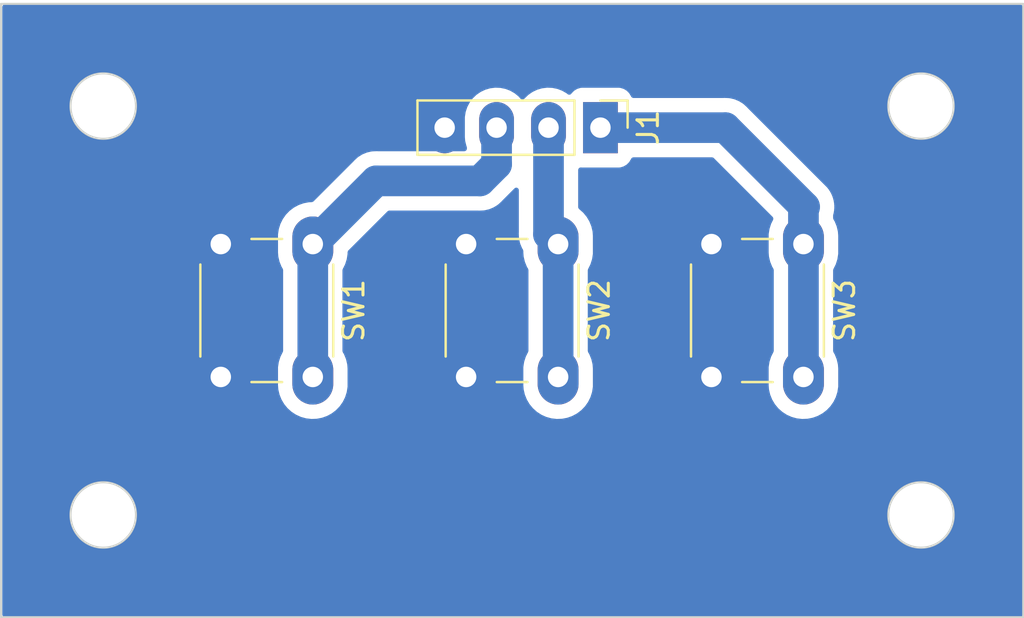
<source format=kicad_pcb>
(kicad_pcb (version 20221018) (generator pcbnew)
  (layers (0 "F.Cu" signal) (31 "B.Cu" signal) (34 "B.Paste" user) (35 "F.Paste" user) (36 "B.SilkS" user "B.Silkscreen") (37 "F.SilkS" user "F.Silkscreen") (38 "B.Mask" user) (39 "F.Mask" user) (44 "Edge.Cuts" user))
  (net 0 "")
  (net 1 "Net-(J1-Pin_1)")
  (net 2 "Net-(J1-Pin_2)")
  (net 3 "Net-(J1-Pin_3)")
  (net 4 "GND")
  (footprint "Custom:SW_PUSH_6mm" (layer "F.Cu") (at 142.25 76.75 -90)
    (fp_text reference "SW2" (at 3.25 -2 90) (layer "F.SilkS"))
    (fp_text value "Desce")
    (fp_line (start -0.25 1.5) (end -0.25 3) (stroke (width 0.12)) (layer "F.SilkS"))
    (fp_line (start 1 5.5) (end 5.5 5.5) (stroke (width 0.12)) (layer "F.SilkS"))
    (fp_line (start 5.5 -1) (end 1 -1) (stroke (width 0.12)) (layer "F.SilkS"))
    (fp_line (start 6.75 3) (end 6.75 1.5) (stroke (width 0.12)) (layer "F.SilkS"))
    (pad "1" thru_hole oval (at 0 0) (size 2 2.7) (drill 1) (layers "*.Cu" "*.Mask") (net 2 "Net-(J1-Pin_2)"))
    (pad "1" thru_hole oval (at 6.5 0) (size 2 2.7) (drill 1) (layers "*.Cu" "*.Mask") (net 2 "Net-(J1-Pin_2)"))
    (pad "2" thru_hole oval (at 0 4.5) (size 2 2.7) (drill 1) (layers "*.Cu" "*.Mask") (net 4 "GND"))
    (pad "2" thru_hole oval (at 6.5 4.5) (size 2 2.7) (drill 1) (layers "*.Cu" "*.Mask") (net 4 "GND"))
  )
  (footprint "Custom:PinHeader_1x04_P2.54mm_Vertical" (layer "F.Cu") (at 144.32 71.055 -90)
    (fp_text reference "J1" (at 0 -2.33 90) (layer "F.SilkS"))
    (fp_text value "Conn_01x04_Pin")
    (fp_line (start -1.33 -1.33) (end 0 -1.33) (stroke (width 0.12)) (layer "F.SilkS"))
    (fp_line (start -1.33 0) (end -1.33 -1.33) (stroke (width 0.12)) (layer "F.SilkS"))
    (fp_line (start -1.33 1.27) (end -1.33 8.95) (stroke (width 0.12)) (layer "F.SilkS"))
    (fp_line (start -1.33 1.27) (end 1.33 1.27) (stroke (width 0.12)) (layer "F.SilkS"))
    (fp_line (start -1.33 8.95) (end 1.33 8.95) (stroke (width 0.12)) (layer "F.SilkS"))
    (fp_line (start 1.33 1.27) (end 1.33 8.95) (stroke (width 0.12)) (layer "F.SilkS"))
    (pad "1" thru_hole rect (at 0 0 270) (size 2.5 1.7) (drill 1) (layers "*.Cu" "*.Mask") (net 1 "Net-(J1-Pin_1)"))
    (pad "2" thru_hole oval (at 0 2.54 270) (size 2.5 1.7) (drill 1) (layers "*.Cu" "*.Mask") (net 2 "Net-(J1-Pin_2)"))
    (pad "3" thru_hole oval (at 0 5.08 270) (size 2.5 1.7) (drill 1) (layers "*.Cu" "*.Mask") (net 3 "Net-(J1-Pin_3)"))
    (pad "4" thru_hole oval (at 0 7.62 270) (size 2.5 1.7) (drill 1) (layers "*.Cu" "*.Mask") (net 4 "GND"))
  )
  (footprint "Custom:SW_PUSH_6mm" (layer "F.Cu") (at 130.25 76.75 -90)
    (fp_text reference "SW1" (at 3.25 -2 90) (layer "F.SilkS"))
    (fp_text value "Sobe")
    (fp_line (start -0.25 1.5) (end -0.25 3) (stroke (width 0.12)) (layer "F.SilkS"))
    (fp_line (start 1 5.5) (end 5.5 5.5) (stroke (width 0.12)) (layer "F.SilkS"))
    (fp_line (start 5.5 -1) (end 1 -1) (stroke (width 0.12)) (layer "F.SilkS"))
    (fp_line (start 6.75 3) (end 6.75 1.5) (stroke (width 0.12)) (layer "F.SilkS"))
    (pad "1" thru_hole oval (at 0 0) (size 2 2.7) (drill 1) (layers "*.Cu" "*.Mask") (net 3 "Net-(J1-Pin_3)"))
    (pad "1" thru_hole oval (at 6.5 0) (size 2 2.7) (drill 1) (layers "*.Cu" "*.Mask") (net 3 "Net-(J1-Pin_3)"))
    (pad "2" thru_hole oval (at 0 4.5) (size 2 2.7) (drill 1) (layers "*.Cu" "*.Mask") (net 4 "GND"))
    (pad "2" thru_hole oval (at 6.5 4.5) (size 2 2.7) (drill 1) (layers "*.Cu" "*.Mask") (net 4 "GND"))
  )
  (footprint "Custom:SW_PUSH_6mm" (layer "F.Cu") (at 154.25 76.75 -90)
    (fp_text reference "SW3" (at 3.25 -2 90) (layer "F.SilkS"))
    (fp_text value "Entra")
    (fp_line (start -0.25 1.5) (end -0.25 3) (stroke (width 0.12)) (layer "F.SilkS"))
    (fp_line (start 1 5.5) (end 5.5 5.5) (stroke (width 0.12)) (layer "F.SilkS"))
    (fp_line (start 5.5 -1) (end 1 -1) (stroke (width 0.12)) (layer "F.SilkS"))
    (fp_line (start 6.75 3) (end 6.75 1.5) (stroke (width 0.12)) (layer "F.SilkS"))
    (pad "1" thru_hole oval (at 0 0) (size 2 2.7) (drill 1) (layers "*.Cu" "*.Mask") (net 1 "Net-(J1-Pin_1)"))
    (pad "1" thru_hole oval (at 6.5 0) (size 2 2.7) (drill 1) (layers "*.Cu" "*.Mask") (net 1 "Net-(J1-Pin_1)"))
    (pad "2" thru_hole oval (at 0 4.5) (size 2 2.7) (drill 1) (layers "*.Cu" "*.Mask") (net 4 "GND"))
    (pad "2" thru_hole oval (at 6.5 4.5) (size 2 2.7) (drill 1) (layers "*.Cu" "*.Mask") (net 4 "GND"))
  )
  (gr_circle (center 120 70) (end 121.6 70) (stroke (width 0.1)) (fill none) (layer "Edge.Cuts"))
  (gr_circle (center 160 90) (end 161.6 90) (stroke (width 0.1)) (fill none) (layer "Edge.Cuts"))
  (gr_circle (center 160 70) (end 161.6 70) (stroke (width 0.1)) (fill none) (layer "Edge.Cuts"))
  (gr_rect (start 115 65) (end 165 95) (stroke (width 0.1)) (fill none) (layer "Edge.Cuts"))
  (gr_circle (center 120 90) (end 121.6 90) (stroke (width 0.1)) (fill none) (layer "Edge.Cuts"))
  (segment (start 154.25 76.75) (end 154.25 83.25) (width 1.5) (layer "B.Cu") (net 1))
  (segment (start 154.25 74.985) (end 154.25 76.75) (width 1.5) (layer "B.Cu") (net 1))
  (segment (start 154.305 74.93) (end 154.25 74.985) (width 1.5) (layer "B.Cu") (net 1))
  (segment (start 150.43 71.055) (end 154.305 74.93) (width 1.5) (layer "B.Cu") (net 1))
  (segment (start 144.32 71.055) (end 150.43 71.055) (width 1.5) (layer "B.Cu") (net 1))
  (segment (start 141.78 76.28) (end 142.25 76.75) (width 1.5) (layer "B.Cu") (net 2))
  (segment (start 141.78 71.055) (end 141.78 76.28) (width 1.5) (layer "B.Cu") (net 2))
  (segment (start 142.25 76.75) (end 142.25 83.25) (width 1.5) (layer "B.Cu") (net 2))
  (segment (start 138.43 73.66) (end 133.34 73.66) (width 1.5) (layer "B.Cu") (net 3))
  (segment (start 133.34 73.66) (end 130.25 76.75) (width 1.5) (layer "B.Cu") (net 3))
  (segment (start 139.24 71.055) (end 139.24 72.85) (width 1.5) (layer "B.Cu") (net 3))
  (segment (start 130.25 76.75) (end 130.25 83.25) (width 1.5) (layer "B.Cu") (net 3))
  (segment (start 139.24 72.85) (end 138.43 73.66) (width 1.5) (layer "B.Cu") (net 3))
  (segment (start 137.75 76.75) (end 137.75 83.25) (width 1.5) (layer "B.Cu") (net 4))
  (segment (start 125.75 83.25) (end 125.75 76.75) (width 1.5) (layer "B.Cu") (net 4))
  (segment (start 149.75 83.25) (end 149.75 76.75) (width 1.5) (layer "B.Cu") (net 4))
  (zone (net 4) (net_name "GND") (layer "B.Cu") (connect_pads yes (clearance 0.7)) (min_thickness 0.25) (fill yes (thermal_gap 0.5) (thermal_bridge_width 0.5))
    (polygon (pts (xy 164.973 65.024) (xy 164.973 94.996) (xy 115.062 94.996) (xy 115.062 65.024)))
  )
)
</source>
